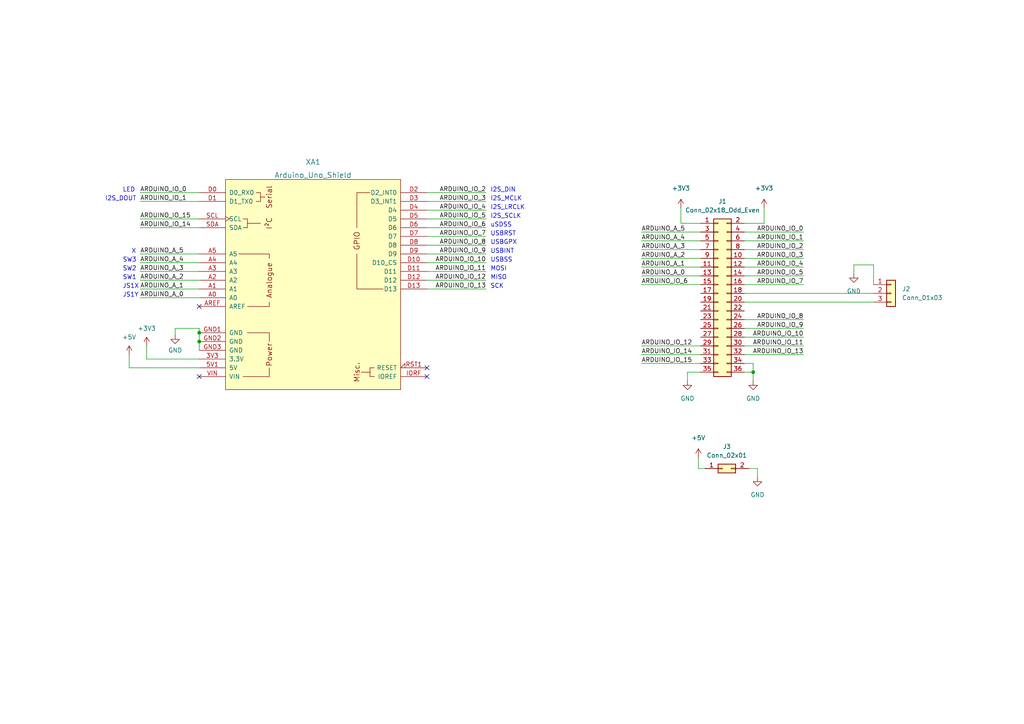
<source format=kicad_sch>
(kicad_sch (version 20211123) (generator eeschema)
  (paper "A4")
  (lib_symbols
    (symbol "Connector_Generic:Conn_01x03" (pin_names (offset 1.016) hide)
      (property "Reference" "J" (at 0 5.08 0))
      (property "Value" "Conn_01x03" (at 0 -5.08 0))
      (symbol "Conn_01x03_1_1"
        (rectangle (start -1.27 -2.413) (end 0 -2.667) (stroke (width 0.1524)))
        (rectangle (start -1.27 0.127) (end 0 -0.127) (stroke (width 0.1524)))
        (rectangle (start -1.27 2.667) (end 0 2.413) (stroke (width 0.1524)))
        (rectangle (start -1.27 3.81) (end 1.27 -3.81) (stroke (width 0.254)) (fill (type background)))
        (pin passive line (at -5.08 2.54 0) (length 3.81) (name "Pin_1") (number "1"))
        (pin passive line (at -5.08 0 0) (length 3.81) (name "Pin_2") (number "2"))
        (pin passive line (at -5.08 -2.54 0) (length 3.81) (name "Pin_3") (number "3"))
      )
    )
    (symbol "Connector_Generic:Conn_02x01" (pin_names (offset 1.016) hide)
      (property "Reference" "J" (at 1.27 2.54 0))
      (property "Value" "Conn_02x01" (at 1.27 -2.54 0))
      (symbol "Conn_02x01_1_1"
        (rectangle (start -1.27 0.127) (end 0 -0.127) (stroke (width 0.1524)))
        (rectangle (start -1.27 1.27) (end 3.81 -1.27) (stroke (width 0.254)) (fill (type background)))
        (rectangle (start 3.81 0.127) (end 2.54 -0.127) (stroke (width 0.1524)))
        (pin passive line (at -5.08 0 0) (length 3.81) (name "Pin_1") (number "1"))
        (pin passive line (at 7.62 0 180) (length 3.81) (name "Pin_2") (number "2"))
      )
    )
    (symbol "Connector_Generic:Conn_02x18_Odd_Even" (pin_names (offset 1.016) hide)
      (property "Reference" "J" (at 1.27 22.86 0))
      (property "Value" "Conn_02x18_Odd_Even" (at 1.27 -25.4 0))
      (symbol "Conn_02x18_Odd_Even_1_1"
        (rectangle (start -1.27 -22.733) (end 0 -22.987) (stroke (width 0.1524)))
        (rectangle (start -1.27 -20.193) (end 0 -20.447) (stroke (width 0.1524)))
        (rectangle (start -1.27 -17.653) (end 0 -17.907) (stroke (width 0.1524)))
        (rectangle (start -1.27 -15.113) (end 0 -15.367) (stroke (width 0.1524)))
        (rectangle (start -1.27 -12.573) (end 0 -12.827) (stroke (width 0.1524)))
        (rectangle (start -1.27 -10.033) (end 0 -10.287) (stroke (width 0.1524)))
        (rectangle (start -1.27 -7.493) (end 0 -7.747) (stroke (width 0.1524)))
        (rectangle (start -1.27 -4.953) (end 0 -5.207) (stroke (width 0.1524)))
        (rectangle (start -1.27 -2.413) (end 0 -2.667) (stroke (width 0.1524)))
        (rectangle (start -1.27 0.127) (end 0 -0.127) (stroke (width 0.1524)))
        (rectangle (start -1.27 2.667) (end 0 2.413) (stroke (width 0.1524)))
        (rectangle (start -1.27 5.207) (end 0 4.953) (stroke (width 0.1524)))
        (rectangle (start -1.27 7.747) (end 0 7.493) (stroke (width 0.1524)))
        (rectangle (start -1.27 10.287) (end 0 10.033) (stroke (width 0.1524)))
        (rectangle (start -1.27 12.827) (end 0 12.573) (stroke (width 0.1524)))
        (rectangle (start -1.27 15.367) (end 0 15.113) (stroke (width 0.1524)))
        (rectangle (start -1.27 17.907) (end 0 17.653) (stroke (width 0.1524)))
        (rectangle (start -1.27 20.447) (end 0 20.193) (stroke (width 0.1524)))
        (rectangle (start -1.27 21.59) (end 3.81 -24.13) (stroke (width 0.254)) (fill (type background)))
        (rectangle (start 3.81 -22.733) (end 2.54 -22.987) (stroke (width 0.1524)))
        (rectangle (start 3.81 -20.193) (end 2.54 -20.447) (stroke (width 0.1524)))
        (rectangle (start 3.81 -17.653) (end 2.54 -17.907) (stroke (width 0.1524)))
        (rectangle (start 3.81 -15.113) (end 2.54 -15.367) (stroke (width 0.1524)))
        (rectangle (start 3.81 -12.573) (end 2.54 -12.827) (stroke (width 0.1524)))
        (rectangle (start 3.81 -10.033) (end 2.54 -10.287) (stroke (width 0.1524)))
        (rectangle (start 3.81 -7.493) (end 2.54 -7.747) (stroke (width 0.1524)))
        (rectangle (start 3.81 -4.953) (end 2.54 -5.207) (stroke (width 0.1524)))
        (rectangle (start 3.81 -2.413) (end 2.54 -2.667) (stroke (width 0.1524)))
        (rectangle (start 3.81 0.127) (end 2.54 -0.127) (stroke (width 0.1524)))
        (rectangle (start 3.81 2.667) (end 2.54 2.413) (stroke (width 0.1524)))
        (rectangle (start 3.81 5.207) (end 2.54 4.953) (stroke (width 0.1524)))
        (rectangle (start 3.81 7.747) (end 2.54 7.493) (stroke (width 0.1524)))
        (rectangle (start 3.81 10.287) (end 2.54 10.033) (stroke (width 0.1524)))
        (rectangle (start 3.81 12.827) (end 2.54 12.573) (stroke (width 0.1524)))
        (rectangle (start 3.81 15.367) (end 2.54 15.113) (stroke (width 0.1524)))
        (rectangle (start 3.81 17.907) (end 2.54 17.653) (stroke (width 0.1524)))
        (rectangle (start 3.81 20.447) (end 2.54 20.193) (stroke (width 0.1524)))
        (pin passive line (at -5.08 20.32 0) (length 3.81) (name "Pin_1") (number "1"))
        (pin passive line (at 7.62 10.16 180) (length 3.81) (name "Pin_10") (number "10"))
        (pin passive line (at -5.08 7.62 0) (length 3.81) (name "Pin_11") (number "11"))
        (pin passive line (at 7.62 7.62 180) (length 3.81) (name "Pin_12") (number "12"))
        (pin passive line (at -5.08 5.08 0) (length 3.81) (name "Pin_13") (number "13"))
        (pin passive line (at 7.62 5.08 180) (length 3.81) (name "Pin_14") (number "14"))
        (pin passive line (at -5.08 2.54 0) (length 3.81) (name "Pin_15") (number "15"))
        (pin passive line (at 7.62 2.54 180) (length 3.81) (name "Pin_16") (number "16"))
        (pin passive line (at -5.08 0 0) (length 3.81) (name "Pin_17") (number "17"))
        (pin passive line (at 7.62 0 180) (length 3.81) (name "Pin_18") (number "18"))
        (pin passive line (at -5.08 -2.54 0) (length 3.81) (name "Pin_19") (number "19"))
        (pin passive line (at 7.62 20.32 180) (length 3.81) (name "Pin_2") (number "2"))
        (pin passive line (at 7.62 -2.54 180) (length 3.81) (name "Pin_20") (number "20"))
        (pin passive line (at -5.08 -5.08 0) (length 3.81) (name "Pin_21") (number "21"))
        (pin passive line (at 7.62 -5.08 180) (length 3.81) (name "Pin_22") (number "22"))
        (pin passive line (at -5.08 -7.62 0) (length 3.81) (name "Pin_23") (number "23"))
        (pin passive line (at 7.62 -7.62 180) (length 3.81) (name "Pin_24") (number "24"))
        (pin passive line (at -5.08 -10.16 0) (length 3.81) (name "Pin_25") (number "25"))
        (pin passive line (at 7.62 -10.16 180) (length 3.81) (name "Pin_26") (number "26"))
        (pin passive line (at -5.08 -12.7 0) (length 3.81) (name "Pin_27") (number "27"))
        (pin passive line (at 7.62 -12.7 180) (length 3.81) (name "Pin_28") (number "28"))
        (pin passive line (at -5.08 -15.24 0) (length 3.81) (name "Pin_29") (number "29"))
        (pin passive line (at -5.08 17.78 0) (length 3.81) (name "Pin_3") (number "3"))
        (pin passive line (at 7.62 -15.24 180) (length 3.81) (name "Pin_30") (number "30"))
        (pin passive line (at -5.08 -17.78 0) (length 3.81) (name "Pin_31") (number "31"))
        (pin passive line (at 7.62 -17.78 180) (length 3.81) (name "Pin_32") (number "32"))
        (pin passive line (at -5.08 -20.32 0) (length 3.81) (name "Pin_33") (number "33"))
        (pin passive line (at 7.62 -20.32 180) (length 3.81) (name "Pin_34") (number "34"))
        (pin passive line (at -5.08 -22.86 0) (length 3.81) (name "Pin_35") (number "35"))
        (pin passive line (at 7.62 -22.86 180) (length 3.81) (name "Pin_36") (number "36"))
        (pin passive line (at 7.62 17.78 180) (length 3.81) (name "Pin_4") (number "4"))
        (pin passive line (at -5.08 15.24 0) (length 3.81) (name "Pin_5") (number "5"))
        (pin passive line (at 7.62 15.24 180) (length 3.81) (name "Pin_6") (number "6"))
        (pin passive line (at -5.08 12.7 0) (length 3.81) (name "Pin_7") (number "7"))
        (pin passive line (at 7.62 12.7 180) (length 3.81) (name "Pin_8") (number "8"))
        (pin passive line (at -5.08 10.16 0) (length 3.81) (name "Pin_9") (number "9"))
      )
    )
    (symbol "arduino:Arduino_Uno_Shield" (pin_names (offset 1.016))
      (property "Reference" "XA1001" (at 0 35.56 0))
      (property "Value" "Arduino_Uno_Shield" (at 0 31.75 0))
      (symbol "Arduino_Uno_Shield_0_0"
        (rectangle (start -25.4 30.48) (end 25.4 -30.48) (fill (type background)))
        (rectangle (start -20.32 -26.67) (end -12.7 -26.67))
        (rectangle (start -19.05 -13.97) (end -12.7 -13.97))
        (polyline (pts (xy -19.05 17.78) (xy -15.24 17.78)))
        (polyline (pts (xy -15.24 25.4) (xy -13.97 25.4)))
        (polyline (pts (xy -12.7 -26.67) (xy -12.7 -24.13)))
        (polyline (pts (xy -12.7 -15.24) (xy -12.7 -16.51)))
        (polyline (pts (xy -12.7 -13.97) (xy -12.7 -15.24)))
        (polyline (pts (xy -12.7 -5.08) (xy -12.7 -6.35) (xy -19.05 -6.35)))
        (polyline (pts (xy -12.7 7.62) (xy -12.7 8.89) (xy -21.59 8.89)))
        (polyline (pts (xy 12.7 8.89) (xy 12.7 -1.27) (xy 20.32 -1.27)))
        (polyline (pts (xy 12.7 16.51) (xy 12.7 26.67) (xy 16.51 26.67)))
        (polyline (pts (xy -20.32 19.05) (xy -19.05 19.05) (xy -19.05 16.51) (xy -20.32 16.51)))
        (polyline (pts (xy -16.51 26.67) (xy -15.24 26.67) (xy -15.24 24.13) (xy -16.51 24.13)))
        (rectangle (start 16.51 -25.4) (end 13.97 -25.4))
        (rectangle (start 16.51 -24.13) (end 16.51 -26.67))
        (rectangle (start 17.78 -26.67) (end 16.51 -26.67))
        (rectangle (start 17.78 -24.13) (end 16.51 -24.13))
        (text "Analogue" (at -12.7 1.27 900) (effects (font (size 1.524 1.524))))
        (text "I²C" (at -12.7 17.78 900) (effects (font (size 1.524 1.524))))
        (text "Misc." (at 12.7 -25.4 900) (effects (font (size 1.524 1.524))))
        (text "Power" (at -12.7 -20.32 900) (effects (font (size 1.524 1.524))))
        (text "Serial" (at -12.7 25.4 900) (effects (font (size 1.524 1.524))))
      )
      (symbol "Arduino_Uno_Shield_1_0"
        (text "GPIO" (at 12.7 12.7 900) (effects (font (size 1.524 1.524))))
      )
      (symbol "Arduino_Uno_Shield_1_1"
        (pin power_out line (at -33.02 -21.59 0) (length 7.62) (name "3.3V") (number "3V3"))
        (pin power_in line (at -33.02 -24.13 0) (length 7.62) (name "5V") (number "5V1"))
        (pin bidirectional line (at -33.02 -3.81 0) (length 7.62) (name "A0") (number "A0"))
        (pin bidirectional line (at -33.02 -1.27 0) (length 7.62) (name "A1") (number "A1"))
        (pin bidirectional line (at -33.02 1.27 0) (length 7.62) (name "A2") (number "A2"))
        (pin bidirectional line (at -33.02 3.81 0) (length 7.62) (name "A3") (number "A3"))
        (pin bidirectional line (at -33.02 6.35 0) (length 7.62) (name "A4") (number "A4"))
        (pin bidirectional line (at -33.02 8.89 0) (length 7.62) (name "A5") (number "A5"))
        (pin input line (at -33.02 -6.35 0) (length 7.62) (name "AREF") (number "AREF"))
        (pin bidirectional line (at -33.02 26.67 0) (length 7.62) (name "D0_RX0") (number "D0"))
        (pin bidirectional line (at -33.02 24.13 0) (length 7.62) (name "D1_TX0") (number "D1"))
        (pin bidirectional line (at 33.02 6.35 180) (length 7.62) (name "D10_CS") (number "D10"))
        (pin bidirectional line (at 33.02 3.81 180) (length 7.62) (name "D11") (number "D11"))
        (pin bidirectional line (at 33.02 1.27 180) (length 7.62) (name "D12") (number "D12"))
        (pin bidirectional line (at 33.02 -1.27 180) (length 7.62) (name "D13") (number "D13"))
        (pin bidirectional line (at 33.02 26.67 180) (length 7.62) (name "D2_INT0") (number "D2"))
        (pin bidirectional line (at 33.02 24.13 180) (length 7.62) (name "D3_INT1") (number "D3"))
        (pin bidirectional line (at 33.02 21.59 180) (length 7.62) (name "D4") (number "D4"))
        (pin bidirectional line (at 33.02 19.05 180) (length 7.62) (name "D5") (number "D5"))
        (pin bidirectional line (at 33.02 16.51 180) (length 7.62) (name "D6") (number "D6"))
        (pin bidirectional line (at 33.02 13.97 180) (length 7.62) (name "D7") (number "D7"))
        (pin bidirectional line (at 33.02 11.43 180) (length 7.62) (name "D8") (number "D8"))
        (pin bidirectional line (at 33.02 8.89 180) (length 7.62) (name "D9") (number "D9"))
        (pin power_in line (at -33.02 -13.97 0) (length 7.62) (name "GND") (number "GND1"))
        (pin power_in line (at -33.02 -16.51 0) (length 7.62) (name "GND") (number "GND2"))
        (pin power_in line (at -33.02 -19.05 0) (length 7.62) (name "GND") (number "GND3"))
        (pin output line (at 33.02 -26.67 180) (length 7.62) (name "IOREF") (number "IORF"))
        (pin open_collector input_low (at 33.02 -24.13 180) (length 7.62) (name "RESET") (number "RST1"))
        (pin bidirectional clock (at -33.02 19.05 0) (length 7.62) (name "SCL") (number "SCL"))
        (pin bidirectional line (at -33.02 16.51 0) (length 7.62) (name "SDA") (number "SDA"))
        (pin power_in line (at -33.02 -26.67 0) (length 7.62) (name "VIN") (number "VIN"))
      )
    )
    (symbol "power:+3V3" (power) (pin_names (offset 0))
      (property "Value" "+3V3" (at 0 3.556 0))
      (symbol "+3V3_0_1"
        (polyline (pts (xy -0.762 1.27) (xy 0 2.54)))
        (polyline (pts (xy 0 0) (xy 0 2.54)))
        (polyline (pts (xy 0 2.54) (xy 0.762 1.27)))
      )
      (symbol "+3V3_1_1"
        (pin power_in line (at 0 0 90) (length 0) hide (name "+3V3") (number "1"))
      )
    )
    (symbol "power:+5V" (power) (pin_names (offset 0))
      (property "Value" "+5V" (at 0 3.556 0))
      (symbol "+5V_0_1"
        (polyline (pts (xy -0.762 1.27) (xy 0 2.54)))
        (polyline (pts (xy 0 0) (xy 0 2.54)))
        (polyline (pts (xy 0 2.54) (xy 0.762 1.27)))
      )
      (symbol "+5V_1_1"
        (pin power_in line (at 0 0 90) (length 0) hide (name "+5V") (number "1"))
      )
    )
    (symbol "power:GND" (power) (pin_names (offset 0))
      (property "Value" "GND" (at 0 -3.81 0))
      (symbol "GND_0_1"
        (polyline (pts (xy 0 0) (xy 0 -1.27) (xy 1.27 -1.27) (xy 0 -2.54) (xy -1.27 -1.27) (xy 0 -1.27)))
      )
      (symbol "GND_1_1"
        (pin power_in line (at 0 0 270) (length 0) hide (name "GND") (number "1"))
      )
    )
  )
  (junction (at 218.44 107.95))
  (junction (at 57.785 99.06))
  (junction (at 57.785 96.52))
  (no_connect (at 123.825 109.22))
  (no_connect (at 123.825 106.68))
  (no_connect (at 57.785 109.22))
  (no_connect (at 57.785 88.9))
  (wire (pts (xy 186.055 105.41) (xy 203.2 105.41)))
  (wire (pts (xy 40.64 73.66) (xy 57.785 73.66)))
  (wire (pts (xy 140.97 58.42) (xy 123.825 58.42)))
  (wire (pts (xy 199.39 107.95) (xy 203.2 107.95)))
  (wire (pts (xy 57.785 95.25) (xy 57.785 96.52)))
  (wire (pts (xy 186.055 67.31) (xy 203.2 67.31)))
  (wire (pts (xy 186.055 77.47) (xy 203.2 77.47)))
  (wire (pts (xy 197.485 64.77) (xy 203.2 64.77)))
  (wire (pts (xy 215.9 85.09) (xy 253.365 85.09)))
  (wire (pts (xy 233.045 69.85) (xy 215.9 69.85)))
  (wire (pts (xy 40.64 55.88) (xy 57.785 55.88)))
  (wire (pts (xy 40.64 63.5) (xy 57.785 63.5)))
  (wire (pts (xy 215.9 87.63) (xy 253.365 87.63)))
  (wire (pts (xy 50.8 95.25) (xy 57.785 95.25)))
  (wire (pts (xy 186.055 100.33) (xy 203.2 100.33)))
  (wire (pts (xy 247.65 79.375) (xy 247.65 76.835)))
  (wire (pts (xy 37.465 102.87) (xy 37.465 106.68)))
  (wire (pts (xy 221.615 60.325) (xy 221.615 64.77)))
  (wire (pts (xy 199.39 110.49) (xy 199.39 107.95)))
  (wire (pts (xy 215.9 105.41) (xy 218.44 105.41)))
  (wire (pts (xy 253.365 76.835) (xy 253.365 82.55)))
  (wire (pts (xy 233.045 92.71) (xy 215.9 92.71)))
  (wire (pts (xy 40.64 58.42) (xy 57.785 58.42)))
  (wire (pts (xy 218.44 107.95) (xy 218.44 110.49)))
  (wire (pts (xy 233.045 100.33) (xy 215.9 100.33)))
  (wire (pts (xy 221.615 64.77) (xy 215.9 64.77)))
  (wire (pts (xy 140.97 66.04) (xy 123.825 66.04)))
  (wire (pts (xy 233.045 77.47) (xy 215.9 77.47)))
  (wire (pts (xy 233.045 74.93) (xy 215.9 74.93)))
  (wire (pts (xy 202.565 132.715) (xy 202.565 135.89)))
  (wire (pts (xy 233.045 67.31) (xy 215.9 67.31)))
  (wire (pts (xy 219.71 138.43) (xy 219.71 135.89)))
  (wire (pts (xy 197.485 60.325) (xy 197.485 64.77)))
  (wire (pts (xy 140.97 60.96) (xy 123.825 60.96)))
  (wire (pts (xy 57.785 99.06) (xy 57.785 101.6)))
  (wire (pts (xy 186.055 80.01) (xy 203.2 80.01)))
  (wire (pts (xy 233.045 102.87) (xy 215.9 102.87)))
  (wire (pts (xy 140.97 68.58) (xy 123.825 68.58)))
  (wire (pts (xy 186.055 74.93) (xy 203.2 74.93)))
  (wire (pts (xy 233.045 97.79) (xy 215.9 97.79)))
  (wire (pts (xy 233.045 82.55) (xy 215.9 82.55)))
  (wire (pts (xy 233.045 72.39) (xy 215.9 72.39)))
  (wire (pts (xy 140.97 71.12) (xy 123.825 71.12)))
  (wire (pts (xy 42.545 100.33) (xy 42.545 104.14)))
  (wire (pts (xy 40.64 83.82) (xy 57.785 83.82)))
  (wire (pts (xy 186.055 102.87) (xy 203.2 102.87)))
  (wire (pts (xy 140.97 83.82) (xy 123.825 83.82)))
  (wire (pts (xy 140.97 78.74) (xy 123.825 78.74)))
  (wire (pts (xy 37.465 106.68) (xy 57.785 106.68)))
  (wire (pts (xy 247.65 76.835) (xy 253.365 76.835)))
  (wire (pts (xy 233.045 80.01) (xy 215.9 80.01)))
  (wire (pts (xy 218.44 105.41) (xy 218.44 107.95)))
  (wire (pts (xy 57.785 96.52) (xy 57.785 99.06)))
  (wire (pts (xy 186.055 82.55) (xy 203.2 82.55)))
  (wire (pts (xy 40.64 81.28) (xy 57.785 81.28)))
  (wire (pts (xy 140.97 76.2) (xy 123.825 76.2)))
  (wire (pts (xy 140.97 55.88) (xy 123.825 55.88)))
  (wire (pts (xy 186.055 69.85) (xy 203.2 69.85)))
  (wire (pts (xy 215.9 107.95) (xy 218.44 107.95)))
  (wire (pts (xy 219.71 135.89) (xy 217.17 135.89)))
  (wire (pts (xy 202.565 135.89) (xy 204.47 135.89)))
  (wire (pts (xy 42.545 104.14) (xy 57.785 104.14)))
  (wire (pts (xy 186.055 72.39) (xy 203.2 72.39)))
  (wire (pts (xy 140.97 63.5) (xy 123.825 63.5)))
  (wire (pts (xy 233.045 95.25) (xy 215.9 95.25)))
  (wire (pts (xy 50.8 97.155) (xy 50.8 95.25)))
  (wire (pts (xy 40.64 86.36) (xy 57.785 86.36)))
  (wire (pts (xy 40.64 76.2) (xy 57.785 76.2)))
  (wire (pts (xy 40.64 66.04) (xy 57.785 66.04)))
  (wire (pts (xy 140.97 73.66) (xy 123.825 73.66)))
  (wire (pts (xy 140.97 81.28) (xy 123.825 81.28)))
  (wire (pts (xy 40.64 78.74) (xy 57.785 78.74)))
  (text "JS1Y" (at 35.56 86.36 0) (effects (font (size 1.27 1.27)) (justify left bottom)))
  (text "MISO" (at 142.24 81.28 0) (effects (font (size 1.27 1.27)) (justify left bottom)))
  (text "SW3" (at 35.56 76.2 0) (effects (font (size 1.27 1.27)) (justify left bottom)))
  (text "I2S_SCLK" (at 142.24 63.5 0) (effects (font (size 1.27 1.27)) (justify left bottom)))
  (text "LED" (at 35.56 55.88 0) (effects (font (size 1.27 1.27)) (justify left bottom)))
  (text "SW1" (at 35.56 81.28 0) (effects (font (size 1.27 1.27)) (justify left bottom)))
  (text "X" (at 38.1 73.66 0) (effects (font (size 1.27 1.27)) (justify left bottom)))
  (text "USBSS" (at 142.24 76.2 0) (effects (font (size 1.27 1.27)) (justify left bottom)))
  (text "JS1X" (at 35.56 83.82 0) (effects (font (size 1.27 1.27)) (justify left bottom)))
  (text "USBGPX" (at 142.2387 71.0906 0) (effects (font (size 1.27 1.27)) (justify left bottom)))
  (text "SCK" (at 142.2082 83.8199 0) (effects (font (size 1.27 1.27)) (justify left bottom)))
  (text "I2S_LRCLK" (at 142.24 60.96 0) (effects (font (size 1.27 1.27)) (justify left bottom)))
  (text "uSDSS" (at 142.24 66.04 0) (effects (font (size 1.27 1.27)) (justify left bottom)))
  (text "USBINT" (at 142.24 73.66 0) (effects (font (size 1.27 1.27)) (justify left bottom)))
  (text "MOSI" (at 142.24 78.74 0) (effects (font (size 1.27 1.27)) (justify left bottom)))
  (text "I2S_MCLK" (at 142.24 58.42 0) (effects (font (size 1.27 1.27)) (justify left bottom)))
  (text "I2S_DOUT" (at 30.48 58.42 0) (effects (font (size 1.27 1.27)) (justify left bottom)))
  (text "USBRST" (at 142.24 68.58 0) (effects (font (size 1.27 1.27)) (justify left bottom)))
  (text "I2S_DIN" (at 142.24 55.88 0) (effects (font (size 1.27 1.27)) (justify left bottom)))
  (text "SW2" (at 35.5587 78.7399 0) (effects (font (size 1.27 1.27)) (justify left bottom)))
  (label "ARDUINO_A_0" (at 186.055 80.01 0))
  (label "ARDUINO_IO_12" (at 140.97 81.28 180))
  (label "ARDUINO_IO_11" (at 233.045 100.33 180))
  (label "ARDUINO_IO_7" (at 140.97 68.58 180))
  (label "ARDUINO_A_3" (at 186.055 72.39 0))
  (label "ARDUINO_IO_13" (at 233.045 102.87 180))
  (label "ARDUINO_IO_13" (at 140.97 83.82 180))
  (label "ARDUINO_IO_3" (at 233.045 74.93 180))
  (label "ARDUINO_IO_15" (at 186.055 105.41 0))
  (label "ARDUINO_A_2" (at 40.64 81.28 0))
  (label "ARDUINO_A_4" (at 186.055 69.85 0))
  (label "ARDUINO_IO_14" (at 186.055 102.87 0))
  (label "ARDUINO_IO_0" (at 40.64 55.88 0))
  (label "ARDUINO_IO_12" (at 186.055 100.33 0))
  (label "ARDUINO_IO_9" (at 233.045 95.25 180))
  (label "ARDUINO_IO_3" (at 140.97 58.42 180))
  (label "ARDUINO_IO_10" (at 233.045 97.79 180))
  (label "ARDUINO_IO_8" (at 233.045 92.71 180))
  (label "ARDUINO_IO_9" (at 140.97 73.66 180))
  (label "ARDUINO_IO_14" (at 40.64 66.04 0))
  (label "ARDUINO_IO_15" (at 40.64 63.5 0))
  (label "ARDUINO_A_5" (at 40.64 73.66 0))
  (label "ARDUINO_IO_11" (at 140.97 78.74 180))
  (label "ARDUINO_IO_5" (at 233.045 80.01 180))
  (label "ARDUINO_A_1" (at 186.055 77.47 0))
  (label "ARDUINO_IO_1" (at 233.045 69.85 180))
  (label "ARDUINO_IO_1" (at 40.64 58.42 0))
  (label "ARDUINO_A_2" (at 186.055 74.93 0))
  (label "ARDUINO_IO_4" (at 140.97 60.96 180))
  (label "ARDUINO_IO_4" (at 233.045 77.47 180))
  (label "ARDUINO_IO_5" (at 140.97 63.5 180))
  (label "ARDUINO_IO_6" (at 186.055 82.55 0))
  (label "ARDUINO_IO_10" (at 140.97 76.2 180))
  (label "ARDUINO_IO_8" (at 140.97 71.12 180))
  (label "ARDUINO_A_3" (at 40.64 78.74 0))
  (label "ARDUINO_IO_6" (at 140.97 66.04 180))
  (label "ARDUINO_A_0" (at 40.64 86.36 0))
  (label "ARDUINO_IO_0" (at 233.045 67.31 180))
  (label "ARDUINO_IO_7" (at 233.045 82.55 180))
  (label "ARDUINO_IO_2" (at 140.97 55.88 180))
  (label "ARDUINO_A_5" (at 186.055 67.31 0))
  (label "ARDUINO_A_4" (at 40.64 76.2 0))
  (label "ARDUINO_IO_2" (at 233.045 72.39 180))
  (label "ARDUINO_A_1" (at 40.64 83.82 0))
  (symbol (lib_id "power:GND") (at 199.39 110.49 0) (unit 1)
    (property "Reference" "#PWR07" (effects hide))
    (property "Value" "GND" (at 199.39 115.57 0))
  )
  (symbol (lib_id "power:+3V3") (at 42.545 100.33 0) (unit 1)
    (property "Reference" "#PWR05" (effects hide))
    (property "Value" "+3V3" (at 42.545 95.25 0))
  )
  (symbol (lib_id "power:GND") (at 219.71 138.43 0) (unit 1)
    (property "Reference" "#PWR010" (effects hide))
    (property "Value" "GND" (at 219.71 143.51 0))
  )
  (symbol (lib_id "power:GND") (at 50.8 97.155 0) (unit 1)
    (property "Reference" "#PWR04" (effects hide))
    (property "Value" "GND" (at 50.8 101.6 0))
  )
  (symbol (lib_id "Connector_Generic:Conn_02x01") (at 209.55 135.89 0) (unit 1)
    (property "Reference" "J3" (at 210.82 129.54 0))
    (property "Value" "Conn_02x01" (at 210.82 132.08 0))
    (property "Footprint" "Connector_PinSocket_2.54mm:PinSocket_2x01_P2.54mm_Vertical" (effects hide))
  )
  (symbol (lib_id "power:+5V") (at 37.465 102.87 0) (unit 1)
    (property "Reference" "#PWR06" (effects hide))
    (property "Value" "+5V" (at 37.465 97.79 0))
  )
  (symbol (lib_id "power:+3V3") (at 197.485 60.325 0) (unit 1)
    (property "Reference" "#PWR01" (effects hide))
    (property "Value" "+3V3" (at 197.485 54.61 0))
  )
  (symbol (lib_id "arduino:Arduino_Uno_Shield") (at 90.805 82.55 0) (unit 1)
    (property "Reference" "XA1" (at 90.805 46.99 0) (effects (font (size 1.524 1.524))))
    (property "Value" "Arduino_Uno_Shield" (at 90.805 50.8 0) (effects (font (size 1.524 1.524))))
    (property "Footprint" "Arduino_Library:Arduino_Uno_Shield" (effects hide))
    (property "Datasheet" "https://docs.arduino.cc/hardware/uno-rev3" (effects hide))
  )
  (symbol (lib_id "power:GND") (at 218.44 110.49 0) (unit 1)
    (property "Reference" "#PWR08" (effects hide))
    (property "Value" "GND" (at 218.44 115.57 0))
  )
  (symbol (lib_id "Connector_Generic:Conn_02x18_Odd_Even") (at 208.28 85.09 0) (unit 1)
    (property "Reference" "J1" (at 209.55 58.42 0))
    (property "Value" "Conn_02x18_Odd_Even" (at 209.55 60.96 0))
    (property "Footprint" "Connector_PinSocket_2.54mm:PinSocket_2x18_P2.54mm_Vertical" (effects hide))
  )
  (symbol (lib_id "power:+5V") (at 202.565 132.715 0) (unit 1)
    (property "Reference" "#PWR09" (effects hide))
    (property "Value" "+5V" (at 202.565 127 0))
  )
  (symbol (lib_id "Connector_Generic:Conn_01x03") (at 258.445 85.09 0) (unit 1)
    (property "Reference" "J2" (at 261.62 83.8199 0) (effects (justify left)))
    (property "Value" "Conn_01x03" (at 261.62 86.3599 0) (effects (justify left)))
    (property "Footprint" "Connector_PinSocket_2.54mm:PinSocket_1x03_P2.54mm_Vertical" (effects hide))
  )
  (symbol (lib_id "power:+3V3") (at 221.615 60.325 0) (unit 1)
    (property "Reference" "#PWR02" (effects hide))
    (property "Value" "+3V3" (at 221.615 54.61 0))
  )
  (symbol (lib_id "power:GND") (at 247.65 79.375 0) (unit 1)
    (property "Reference" "#PWR03" (effects hide))
    (property "Value" "GND" (at 247.65 84.455 0))
  )
)
</source>
